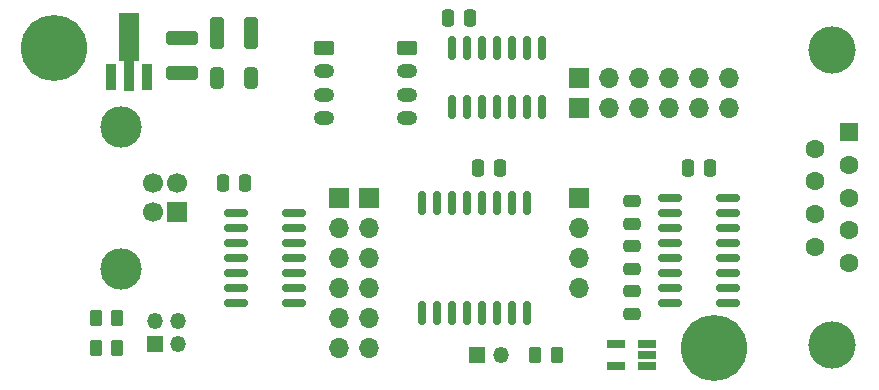
<source format=gbr>
%TF.GenerationSoftware,KiCad,Pcbnew,7.0.6*%
%TF.CreationDate,2023-08-24T17:38:11-04:00*%
%TF.ProjectId,usbio,75736269-6f2e-46b6-9963-61645f706362,rev?*%
%TF.SameCoordinates,Original*%
%TF.FileFunction,Soldermask,Top*%
%TF.FilePolarity,Negative*%
%FSLAX46Y46*%
G04 Gerber Fmt 4.6, Leading zero omitted, Abs format (unit mm)*
G04 Created by KiCad (PCBNEW 7.0.6) date 2023-08-24 17:38:11*
%MOMM*%
%LPD*%
G01*
G04 APERTURE LIST*
G04 Aperture macros list*
%AMRoundRect*
0 Rectangle with rounded corners*
0 $1 Rounding radius*
0 $2 $3 $4 $5 $6 $7 $8 $9 X,Y pos of 4 corners*
0 Add a 4 corners polygon primitive as box body*
4,1,4,$2,$3,$4,$5,$6,$7,$8,$9,$2,$3,0*
0 Add four circle primitives for the rounded corners*
1,1,$1+$1,$2,$3*
1,1,$1+$1,$4,$5*
1,1,$1+$1,$6,$7*
1,1,$1+$1,$8,$9*
0 Add four rect primitives between the rounded corners*
20,1,$1+$1,$2,$3,$4,$5,0*
20,1,$1+$1,$4,$5,$6,$7,0*
20,1,$1+$1,$6,$7,$8,$9,0*
20,1,$1+$1,$8,$9,$2,$3,0*%
%AMFreePoly0*
4,1,9,5.362500,-0.866500,1.237500,-0.866500,1.237500,-0.450000,-1.237500,-0.450000,-1.237500,0.450000,1.237500,0.450000,1.237500,0.866500,5.362500,0.866500,5.362500,-0.866500,5.362500,-0.866500,$1*%
G04 Aperture macros list end*
%ADD10R,1.700000X1.700000*%
%ADD11O,1.700000X1.700000*%
%ADD12RoundRect,0.150000X0.825000X0.150000X-0.825000X0.150000X-0.825000X-0.150000X0.825000X-0.150000X0*%
%ADD13C,5.600000*%
%ADD14C,4.000000*%
%ADD15R,1.600000X1.600000*%
%ADD16C,1.600000*%
%ADD17RoundRect,0.150000X-0.150000X0.875000X-0.150000X-0.875000X0.150000X-0.875000X0.150000X0.875000X0*%
%ADD18RoundRect,0.250000X-0.475000X0.250000X-0.475000X-0.250000X0.475000X-0.250000X0.475000X0.250000X0*%
%ADD19RoundRect,0.250000X-0.625000X0.350000X-0.625000X-0.350000X0.625000X-0.350000X0.625000X0.350000X0*%
%ADD20O,1.750000X1.200000*%
%ADD21R,0.900000X2.300000*%
%ADD22FreePoly0,90.000000*%
%ADD23C,1.700000*%
%ADD24C,3.500000*%
%ADD25RoundRect,0.250000X-0.250000X-0.475000X0.250000X-0.475000X0.250000X0.475000X-0.250000X0.475000X0*%
%ADD26RoundRect,0.250000X-0.262500X-0.450000X0.262500X-0.450000X0.262500X0.450000X-0.262500X0.450000X0*%
%ADD27R,1.560000X0.650000*%
%ADD28R,1.350000X1.350000*%
%ADD29O,1.350000X1.350000*%
%ADD30RoundRect,0.250000X0.250000X0.475000X-0.250000X0.475000X-0.250000X-0.475000X0.250000X-0.475000X0*%
%ADD31RoundRect,0.150000X-0.825000X-0.150000X0.825000X-0.150000X0.825000X0.150000X-0.825000X0.150000X0*%
%ADD32RoundRect,0.150000X-0.150000X0.825000X-0.150000X-0.825000X0.150000X-0.825000X0.150000X0.825000X0*%
%ADD33RoundRect,0.250000X0.325000X1.100000X-0.325000X1.100000X-0.325000X-1.100000X0.325000X-1.100000X0*%
%ADD34RoundRect,0.250000X0.325000X0.650000X-0.325000X0.650000X-0.325000X-0.650000X0.325000X-0.650000X0*%
%ADD35RoundRect,0.250000X1.100000X-0.325000X1.100000X0.325000X-1.100000X0.325000X-1.100000X-0.325000X0*%
%ADD36RoundRect,0.250000X0.262500X0.450000X-0.262500X0.450000X-0.262500X-0.450000X0.262500X-0.450000X0*%
G04 APERTURE END LIST*
D10*
%TO.C,J10*%
X127000000Y-60960000D03*
D11*
X129540000Y-60960000D03*
X132080000Y-60960000D03*
X134620000Y-60960000D03*
X137160000Y-60960000D03*
X139700000Y-60960000D03*
%TD*%
D12*
%TO.C,U1*%
X102870000Y-77470000D03*
X102870000Y-76200000D03*
X102870000Y-74930000D03*
X102870000Y-73660000D03*
X102870000Y-72390000D03*
X102870000Y-71120000D03*
X102870000Y-69850000D03*
X97920000Y-69850000D03*
X97920000Y-71120000D03*
X97920000Y-72390000D03*
X97920000Y-73660000D03*
X97920000Y-74930000D03*
X97920000Y-76200000D03*
X97920000Y-77470000D03*
%TD*%
D13*
%TO.C,H2*%
X138430000Y-81280000D03*
%TD*%
D14*
%TO.C,J2*%
X148440000Y-56080000D03*
X148440000Y-81080000D03*
D15*
X149860000Y-63040000D03*
D16*
X149860000Y-65810000D03*
X149860000Y-68580000D03*
X149860000Y-71350000D03*
X149860000Y-74120000D03*
X147020000Y-64425000D03*
X147020000Y-67195000D03*
X147020000Y-69965000D03*
X147020000Y-72735000D03*
%TD*%
D17*
%TO.C,U3*%
X122555000Y-69010000D03*
X121285000Y-69010000D03*
X120015000Y-69010000D03*
X118745000Y-69010000D03*
X117475000Y-69010000D03*
X116205000Y-69010000D03*
X114935000Y-69010000D03*
X113665000Y-69010000D03*
X113665000Y-78310000D03*
X114935000Y-78310000D03*
X116205000Y-78310000D03*
X117475000Y-78310000D03*
X118745000Y-78310000D03*
X120015000Y-78310000D03*
X121285000Y-78310000D03*
X122555000Y-78310000D03*
%TD*%
D10*
%TO.C,J6*%
X106680000Y-68580000D03*
D11*
X106680000Y-71120000D03*
X106680000Y-73660000D03*
X106680000Y-76200000D03*
X106680000Y-78740000D03*
X106680000Y-81280000D03*
%TD*%
D18*
%TO.C,C9*%
X131445000Y-76520000D03*
X131445000Y-78420000D03*
%TD*%
D19*
%TO.C,J3*%
X105410000Y-55880000D03*
D20*
X105410000Y-57880000D03*
X105410000Y-59880000D03*
X105410000Y-61880000D03*
%TD*%
D10*
%TO.C,J5*%
X109220000Y-68580000D03*
D11*
X109220000Y-71120000D03*
X109220000Y-73660000D03*
X109220000Y-76200000D03*
X109220000Y-78740000D03*
X109220000Y-81280000D03*
%TD*%
D21*
%TO.C,U5*%
X87400000Y-58330000D03*
D22*
X88900000Y-58242500D03*
D21*
X90400000Y-58330000D03*
%TD*%
D10*
%TO.C,J1*%
X92937500Y-69830000D03*
D23*
X92937500Y-67330000D03*
X90937500Y-67330000D03*
X90937500Y-69830000D03*
D24*
X88227500Y-74600000D03*
X88227500Y-62560000D03*
%TD*%
D25*
%TO.C,C8*%
X136210000Y-66040000D03*
X138110000Y-66040000D03*
%TD*%
D26*
%TO.C,R2*%
X86082500Y-78740000D03*
X87907500Y-78740000D03*
%TD*%
D27*
%TO.C,U6*%
X132795000Y-82865000D03*
X132795000Y-81915000D03*
X132795000Y-80965000D03*
X130095000Y-80965000D03*
X130095000Y-82865000D03*
%TD*%
D28*
%TO.C,JP1*%
X118380000Y-81915000D03*
D29*
X120380000Y-81915000D03*
%TD*%
D13*
%TO.C,H1*%
X82550000Y-55880000D03*
%TD*%
D30*
%TO.C,C5*%
X120330000Y-66040000D03*
X118430000Y-66040000D03*
%TD*%
D10*
%TO.C,J7*%
X127000000Y-68580000D03*
D11*
X127000000Y-71120000D03*
X127000000Y-73660000D03*
X127000000Y-76200000D03*
%TD*%
D31*
%TO.C,U2*%
X134685000Y-68580000D03*
X134685000Y-69850000D03*
X134685000Y-71120000D03*
X134685000Y-72390000D03*
X134685000Y-73660000D03*
X134685000Y-74930000D03*
X134685000Y-76200000D03*
X134685000Y-77470000D03*
X139635000Y-77470000D03*
X139635000Y-76200000D03*
X139635000Y-74930000D03*
X139635000Y-73660000D03*
X139635000Y-72390000D03*
X139635000Y-71120000D03*
X139635000Y-69850000D03*
X139635000Y-68580000D03*
%TD*%
D10*
%TO.C,J9*%
X127000000Y-58420000D03*
D11*
X129540000Y-58420000D03*
X132080000Y-58420000D03*
X134620000Y-58420000D03*
X137160000Y-58420000D03*
X139700000Y-58420000D03*
%TD*%
D18*
%TO.C,C7*%
X131445000Y-72710000D03*
X131445000Y-74610000D03*
%TD*%
D25*
%TO.C,C10*%
X115890000Y-53340000D03*
X117790000Y-53340000D03*
%TD*%
D28*
%TO.C,J8*%
X91075000Y-81010000D03*
D29*
X91075000Y-79010000D03*
X93075000Y-81010000D03*
X93075000Y-79010000D03*
%TD*%
D32*
%TO.C,U4*%
X123825000Y-55945000D03*
X122555000Y-55945000D03*
X121285000Y-55945000D03*
X120015000Y-55945000D03*
X118745000Y-55945000D03*
X117475000Y-55945000D03*
X116205000Y-55945000D03*
X116205000Y-60895000D03*
X117475000Y-60895000D03*
X118745000Y-60895000D03*
X120015000Y-60895000D03*
X121285000Y-60895000D03*
X122555000Y-60895000D03*
X123825000Y-60895000D03*
%TD*%
D19*
%TO.C,J4*%
X112395000Y-55880000D03*
D20*
X112395000Y-57880000D03*
X112395000Y-59880000D03*
X112395000Y-61880000D03*
%TD*%
D26*
%TO.C,R1*%
X86082500Y-81280000D03*
X87907500Y-81280000D03*
%TD*%
D25*
%TO.C,C4*%
X96840000Y-67310000D03*
X98740000Y-67310000D03*
%TD*%
D18*
%TO.C,C6*%
X131445000Y-68900000D03*
X131445000Y-70800000D03*
%TD*%
D33*
%TO.C,C2*%
X99265000Y-54610000D03*
X96315000Y-54610000D03*
%TD*%
D34*
%TO.C,C3*%
X99265000Y-58420000D03*
X96315000Y-58420000D03*
%TD*%
D35*
%TO.C,C1*%
X93345000Y-57990000D03*
X93345000Y-55040000D03*
%TD*%
D36*
%TO.C,R3*%
X125095000Y-81915000D03*
X123270000Y-81915000D03*
%TD*%
M02*

</source>
